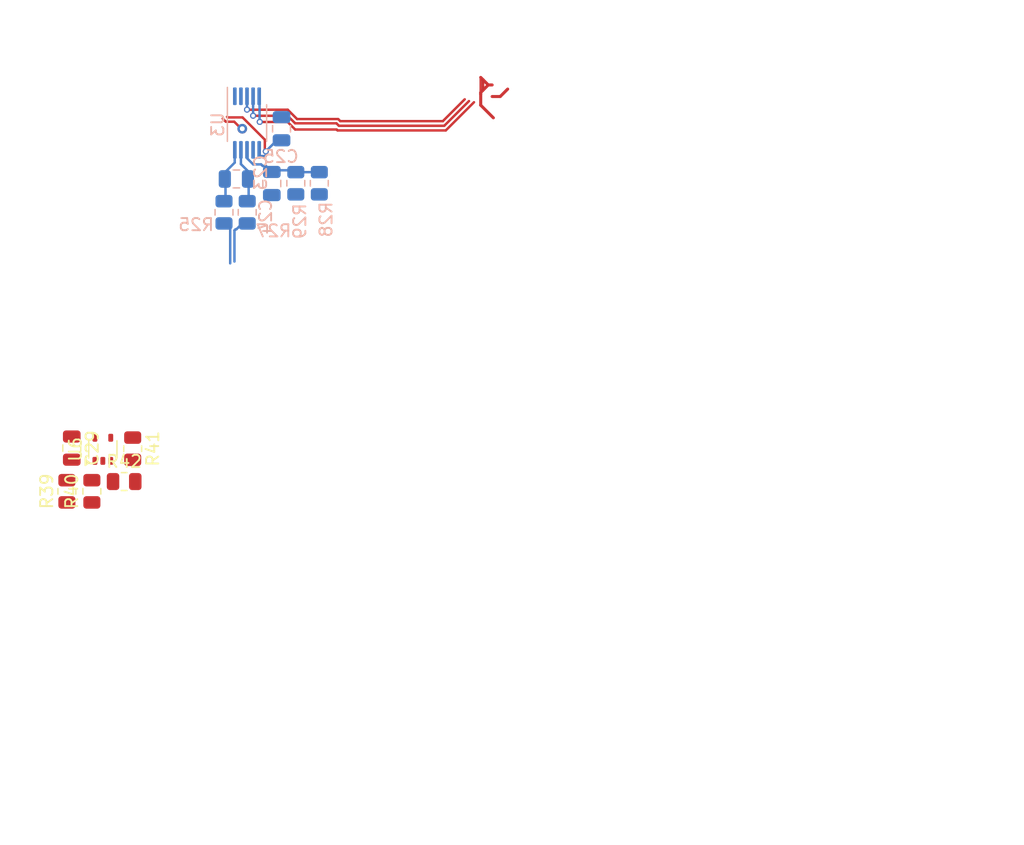
<source format=kicad_pcb>
(kicad_pcb (version 20241229) (generator "pcbnew") (generator_version "9.0")
  (title_block (comment 4 "AISLER Project ID: ETPZASDE"))
  (layers (0 "F.Cu" signal) (2 "B.Cu" signal) (13 "F.Paste" user) (15 "B.Paste" user) (5 "F.SilkS" user "F.Silkscreen") (7 "B.SilkS" user "B.Silkscreen") (1 "F.Mask" user) (3 "B.Mask" user) (25 "Edge.Cuts" user))
  (net 0 "")
  (net 1 "GND")
  (net 2 "Net-(U3-Vbus)")
  (net 3 "+3.3V")
  (net 4 "BuckGND")
  (net 5 "SDA")
  (net 6 "SCL")
  (net 7 "ALERT")
  (net 8 "BT+")
  (net 9 "Net-(U3-Vin-)")
  (net 10 "Net-(U3-Vin+)")
  (net 11 "Net-(U5-FB)")
  (net 12 "Net-(U6-+)")
  (net 13 "Net-(U6--)")
  (net 14 "Net-(R41-Pad1)")
  (footprint "Resistor_SMD:R_0805_2012Metric" (layer "F.Cu") (at 45.35 74.4 -90)
    (property "Reference" "R41" (at 0 -1.65 90) (layer "F.SilkS"))
    (property "Value" "R_Small")
    (fp_line (start -0.227064 0.735) (end 0.227064 0.735) (stroke (width 0.12)) (layer "F.SilkS"))
    (fp_line (start -0.227064 -0.735) (end 0.227064 -0.735) (stroke (width 0.12)) (layer "F.SilkS"))
    (pad "1" smd roundrect (at -0.9125 0 270) (size 1.025 1.4) (layers "F.Cu" "F.Mask" "F.Paste") (roundrect_rratio 0.243902) (net 14 "Net-(R41-Pad1)"))
    (pad "2" smd roundrect (at 0.9125 0 270) (size 1.025 1.4) (layers "F.Cu" "F.Mask" "F.Paste") (roundrect_rratio 0.243902) (net 13 "Net-(U6--)"))
  )
  (footprint "Resistor_SMD:R_0805_2012Metric" (layer "F.Cu") (at 42 77.9 90)
    (property "Reference" "R40" (at 0 -1.65 90) (layer "F.SilkS"))
    (property "Value" "R_Small")
    (fp_line (start -0.227064 -0.735) (end 0.227064 -0.735) (stroke (width 0.12)) (layer "F.SilkS"))
    (fp_line (start -0.227064 0.735) (end 0.227064 0.735) (stroke (width 0.12)) (layer "F.SilkS"))
    (pad "1" smd roundrect (at -0.9125 0 90) (size 1.025 1.4) (layers "F.Cu" "F.Mask" "F.Paste") (roundrect_rratio 0.243902) (net 4 "BuckGND"))
    (pad "2" smd roundrect (at 0.9125 0 90) (size 1.025 1.4) (layers "F.Cu" "F.Mask" "F.Paste") (roundrect_rratio 0.243902) (net 13 "Net-(U6--)"))
  )
  (footprint "Resistor_SMD:R_0805_2012Metric" (layer "F.Cu") (at 44.65 77.1)
    (property "Reference" "R42" (at 0 -1.65 0) (layer "F.SilkS"))
    (property "Value" "R_Small")
    (fp_line (start -0.227064 -0.735) (end 0.227064 -0.735) (stroke (width 0.12)) (layer "F.SilkS"))
    (fp_line (start -0.227064 0.735) (end 0.227064 0.735) (stroke (width 0.12)) (layer "F.SilkS"))
    (pad "1" smd roundrect (at -0.9125 0) (size 1.025 1.4) (layers "F.Cu" "F.Mask" "F.Paste") (roundrect_rratio 0.243902) (net 12 "Net-(U6-+)"))
    (pad "2" smd roundrect (at 0.9125 0) (size 1.025 1.4) (layers "F.Cu" "F.Mask" "F.Paste") (roundrect_rratio 0.243902) (net 4 "BuckGND"))
  )
  (footprint "Resistor_SMD:R_0805_2012Metric" (layer "F.Cu") (at 39.95 77.9 90)
    (property "Reference" "R39" (at 0 -1.65 90) (layer "F.SilkS"))
    (property "Value" "R_Small")
    (fp_line (start -0.227064 -0.735) (end 0.227064 -0.735) (stroke (width 0.12)) (layer "F.SilkS"))
    (fp_line (start -0.227064 0.735) (end 0.227064 0.735) (stroke (width 0.12)) (layer "F.SilkS"))
    (pad "1" smd roundrect (at -0.9125 0 90) (size 1.025 1.4) (layers "F.Cu" "F.Mask" "F.Paste") (roundrect_rratio 0.243902) (net 1 "GND"))
    (pad "2" smd roundrect (at 0.9125 0 90) (size 1.025 1.4) (layers "F.Cu" "F.Mask" "F.Paste") (roundrect_rratio 0.243902) (net 12 "Net-(U6-+)"))
  )
  (footprint "Package_TO_SOT_SMD:SOT-353_SC-70-5" (layer "F.Cu") (at 42.9 74.45 90)
    (property "Reference" "U6" (at 0 -2.25 90) (layer "F.SilkS"))
    (property "Value" "ADS333")
    (fp_line (start -0.71 -1.16) (end 0.7 -1.16) (stroke (width 0.12)) (layer "F.SilkS"))
    (fp_line (start -0.7 1.16) (end 0.7 1.16) (stroke (width 0.12)) (layer "F.SilkS"))
    (fp_poly (pts (xy -1.08 -1.11) (xy -1.32 -1.44) (xy -0.84 -1.44) (xy -1.08 -1.11)) (stroke (width 0.12)) (fill yes) (layer "F.SilkS"))
    (pad "1" smd roundrect (at -0.95 -0.65 90) (size 0.65 0.4) (layers "F.Cu" "F.Mask" "F.Paste") (net 12 "Net-(U6-+)"))
    (pad "2" smd roundrect (at -0.95 0 90) (size 0.65 0.4) (layers "F.Cu" "F.Mask" "F.Paste") (net 4 "BuckGND"))
    (pad "3" smd roundrect (at -0.95 0.65 90) (size 0.65 0.4) (layers "F.Cu" "F.Mask" "F.Paste") (net 13 "Net-(U6--)"))
    (pad "4" smd roundrect (at 0.95 0.65 90) (size 0.65 0.4) (layers "F.Cu" "F.Mask" "F.Paste") (net 14 "Net-(R41-Pad1)"))
    (pad "5" smd roundrect (at 0.95 -0.65 90) (size 0.65 0.4) (layers "F.Cu" "F.Mask" "F.Paste") (net 3 "+3.3V"))
  )
  (footprint "Capacitor_SMD:C_0805_2012Metric" (layer "F.Cu") (at 40.35 74.35 -90)
    (property "Reference" "C29" (at 0 -1.68 90) (layer "F.SilkS"))
    (property "Value" "100nF, 25V")
    (fp_line (start -0.261252 0.735) (end 0.261252 0.735) (stroke (width 0.12)) (layer "F.SilkS"))
    (fp_line (start -0.261252 -0.735) (end 0.261252 -0.735) (stroke (width 0.12)) (layer "F.SilkS"))
    (pad "1" smd roundrect (at -0.95 0 270) (size 1 1.45) (layers "F.Cu" "F.Mask" "F.Paste") (net 3 "+3.3V"))
    (pad "2" smd roundrect (at 0.95 0 270) (size 1 1.45) (layers "F.Cu" "F.Mask" "F.Paste") (net 4 "BuckGND"))
  )
  (footprint "Resistor_SMD:R_0805_2012Metric" (layer "B.Cu") (at 52.846249 54.987 -90)
    (property "Reference" "R25" (at 1.016 2.286 180) (layer "B.SilkS") (effects (justify mirror)))
    (property "Value" "22")
    (fp_line (start -0.227064 0.735) (end 0.227064 0.735) (stroke (width 0.12)) (layer "B.SilkS"))
    (fp_line (start -0.227064 -0.735) (end 0.227064 -0.735) (stroke (width 0.12)) (layer "B.SilkS"))
    (pad "1" smd roundrect (at -0.9125 0 270) (size 1.025 1.4) (layers "B.Cu" "B.Mask" "B.Paste") (roundrect_rratio 0.243902439) (net 10 "Net-(U3-Vin+)"))
    (pad "2" smd roundrect (at 0.9125 0 270) (size 1.025 1.4) (layers "B.Cu" "B.Mask" "B.Paste") (roundrect_rratio 0.243902439) (net 4 "BuckGND"))
  )
  (footprint "Capacitor_SMD:C_0805_2012Metric" (layer "B.Cu") (at 56.768249 52.621 -90)
    (property "Reference" "C24" (at 2.733 0.508 90) (layer "B.SilkS") (effects (justify mirror)))
    (property "Value" "10nF, 50V")
    (fp_line (start -0.261252 0.735) (end 0.261252 0.735) (stroke (width 0.12)) (layer "B.SilkS"))
    (fp_line (start -0.261252 -0.735) (end 0.261252 -0.735) (stroke (width 0.12)) (layer "B.SilkS"))
    (pad "1" smd roundrect (at -0.95 0 270) (size 1 1.45) (layers "B.Cu" "B.Mask" "B.Paste") (net 2 "Net-(U3-Vbus)"))
    (pad "2" smd roundrect (at 0.95 0 270) (size 1 1.45) (layers "B.Cu" "B.Mask" "B.Paste") (net 1 "GND"))
  )
  (footprint "Resistor_SMD:R_0805_2012Metric" (layer "B.Cu") (at 58.739049 52.5994 90)
    (property "Reference" "R29" (at -3.1216 0.3292 270) (layer "B.SilkS") (effects (justify mirror)))
    (property "Value" "47k, 1%")
    (fp_line (start -0.227064 -0.735) (end 0.227064 -0.735) (stroke (width 0.12)) (layer "B.SilkS"))
    (fp_line (start -0.227064 0.735) (end 0.227064 0.735) (stroke (width 0.12)) (layer "B.SilkS"))
    (pad "1" smd roundrect (at -0.9125 0 90) (size 1.025 1.4) (layers "B.Cu" "B.Mask" "B.Paste") (roundrect_rratio 0.243902439) (net 1 "GND"))
    (pad "2" smd roundrect (at 0.9125 0 90) (size 1.025 1.4) (layers "B.Cu" "B.Mask" "B.Paste") (roundrect_rratio 0.243902439) (net 2 "Net-(U3-Vbus)"))
  )
  (footprint "Resistor_SMD:R_0805_2012Metric" (layer "B.Cu") (at 54.751249 54.987 -90)
    (property "Reference" "R27" (at 1.524 -2.159 0) (layer "B.SilkS") (effects (justify mirror)))
    (property "Value" "22")
    (fp_line (start -0.227064 0.735) (end 0.227064 0.735) (stroke (width 0.12)) (layer "B.SilkS"))
    (fp_line (start -0.227064 -0.735) (end 0.227064 -0.735) (stroke (width 0.12)) (layer "B.SilkS"))
    (pad "1" smd roundrect (at -0.9125 0 270) (size 1.025 1.4) (layers "B.Cu" "B.Mask" "B.Paste") (roundrect_rratio 0.243902439) (net 9 "Net-(U3-Vin-)"))
    (pad "2" smd roundrect (at 0.9125 0 270) (size 1.025 1.4) (layers "B.Cu" "B.Mask" "B.Paste") (roundrect_rratio 0.243902439) (net 1 "GND"))
  )
  (footprint "Capacitor_SMD:C_0805_2012Metric" (layer "B.Cu") (at 53.862249 52.2466)
    (property "Reference" "C23" (at 1.9895 -0.517 90) (layer "B.SilkS") (effects (justify mirror)))
    (property "Value" "470nF, 25V")
    (fp_line (start -0.261252 -0.735) (end 0.261252 -0.735) (stroke (width 0.12)) (layer "B.SilkS"))
    (fp_line (start -0.261252 0.735) (end 0.261252 0.735) (stroke (width 0.12)) (layer "B.SilkS"))
    (pad "1" smd roundrect (at -0.95 0) (size 1 1.45) (layers "B.Cu" "B.Mask" "B.Paste") (net 10 "Net-(U3-Vin+)"))
    (pad "2" smd roundrect (at 0.95 0) (size 1 1.45) (layers "B.Cu" "B.Mask" "B.Paste") (net 9 "Net-(U3-Vin-)"))
  )
  (footprint "Package_SO:VSSOP-10_3x3mm_P0.5mm" (layer "B.Cu") (at 54.733849 47.6562 -90)
    (property "Reference" "U3" (at 0.127 2.397 90) (layer "B.SilkS") (effects (justify mirror)))
    (property "Value" "INA226")
    (fp_line (start 0 1.61) (end -2.925 1.61) (stroke (width 0.12)) (layer "B.SilkS"))
    (fp_line (start 0 1.61) (end 1.5 1.61) (stroke (width 0.12)) (layer "B.SilkS"))
    (fp_line (start 0 -1.61) (end -1.5 -1.61) (stroke (width 0.12)) (layer "B.SilkS"))
    (fp_line (start 0 -1.61) (end 1.5 -1.61) (stroke (width 0.12)) (layer "B.SilkS"))
    (pad "1" smd roundrect (at -2.2 1 270) (size 1.45 0.3) (layers "B.Cu" "B.Mask" "B.Paste") (net 1 "GND"))
    (pad "2" smd roundrect (at -2.2 0.5 270) (size 1.45 0.3) (layers "B.Cu" "B.Mask" "B.Paste") (net 1 "GND"))
    (pad "3" smd roundrect (at -2.2 0 270) (size 1.45 0.3) (layers "B.Cu" "B.Mask" "B.Paste") (net 7 "ALERT"))
    (pad "4" smd roundrect (at -2.2 -0.5 270) (size 1.45 0.3) (layers "B.Cu" "B.Mask" "B.Paste") (net 5 "SDA"))
    (pad "5" smd roundrect (at -2.2 -1 270) (size 1.45 0.3) (layers "B.Cu" "B.Mask" "B.Paste") (net 6 "SCL"))
    (pad "6" smd roundrect (at 2.2 -1 270) (size 1.45 0.3) (layers "B.Cu" "B.Mask" "B.Paste") (net 3 "+3.3V"))
    (pad "7" smd roundrect (at 2.2 -0.5 270) (size 1.45 0.3) (layers "B.Cu" "B.Mask" "B.Paste") (net 1 "GND"))
    (pad "8" smd roundrect (at 2.2 0 270) (size 1.45 0.3) (layers "B.Cu" "B.Mask" "B.Paste") (net 2 "Net-(U3-Vbus)"))
    (pad "9" smd roundrect (at 2.2 0.5 270) (size 1.45 0.3) (layers "B.Cu" "B.Mask" "B.Paste") (net 9 "Net-(U3-Vin-)"))
    (pad "10" smd roundrect (at 2.2 1 270) (size 1.45 0.3) (layers "B.Cu" "B.Mask" "B.Paste") (net 10 "Net-(U3-Vin+)"))
  )
  (footprint "Resistor_SMD:R_0805_2012Metric" (layer "B.Cu") (at 60.669449 52.5994 -90)
    (property "Reference" "R28" (at 2.9756 -0.5498 90) (layer "B.SilkS") (effects (justify mirror)))
    (property "Value" "47k, 1%")
    (fp_line (start -0.227064 0.735) (end 0.227064 0.735) (stroke (width 0.12)) (layer "B.SilkS"))
    (fp_line (start -0.227064 -0.735) (end 0.227064 -0.735) (stroke (width 0.12)) (layer "B.SilkS"))
    (pad "1" smd roundrect (at -0.9125 0 270) (size 1.025 1.4) (layers "B.Cu" "B.Mask" "B.Paste") (roundrect_rratio 0.243902439) (net 2 "Net-(U3-Vbus)"))
    (pad "2" smd roundrect (at 0.9125 0 270) (size 1.025 1.4) (layers "B.Cu" "B.Mask" "B.Paste") (roundrect_rratio 0.243902439) (net 8 "BT+"))
  )
  (footprint "Capacitor_SMD:C_0805_2012Metric" (layer "B.Cu") (at 57.568249 48.121 90)
    (property "Reference" "C25" (at -2.286 -0.0555 0) (layer "B.SilkS") (effects (justify mirror)))
    (property "Value" "100nF, 25V")
    (fp_line (start -0.261252 -0.735) (end 0.261252 -0.735) (stroke (width 0.12)) (layer "B.SilkS"))
    (fp_line (start -0.261252 0.735) (end 0.261252 0.735) (stroke (width 0.12)) (layer "B.SilkS"))
    (pad "1" smd roundrect (at -0.95 0 90) (size 1 1.45) (layers "B.Cu" "B.Mask" "B.Paste") (net 3 "+3.3V"))
    (pad "2" smd roundrect (at 0.95 0 90) (size 1 1.45) (layers "B.Cu" "B.Mask" "B.Paste") (net 1 "GND"))
  )
  (segment (start 73.915749 43.907612) (end 73.915749 45.277) (width 0.2) (layer "F.Cu") (net 1))
  (segment (start 74.088443 44.973694) (end 74.535137 44.527) (width 0.25) (layer "F.Cu") (net 1))
  (segment (start 73.915749 45.277) (end 73.915749 45.146388) (width 0.25) (layer "F.Cu") (net 1))
  (segment (start 74.535137 44.527) (end 74.854249 44.527) (width 0.25) (layer "F.Cu") (net 1))
  (segment (start 74.535137 44.527) (end 74.113443 44.105306) (width 0.25) (layer "F.Cu") (net 1))
  (segment (start 74.954249 47.227) (end 73.915749 46.1885) (width 0.25) (layer "F.Cu") (net 1))
  (segment (start 73.915749 46.1885) (end 73.915749 45.277) (width 0.25) (layer "F.Cu") (net 1))
  (segment (start 52.996361 47.544864) (end 52.740749 47.289252) (width 0.2) (layer "F.Cu") (net 1))
  (segment (start 74.113443 44.948694) (end 74.088443 44.973694) (width 0.2) (layer "F.Cu") (net 1))
  (segment (start 73.915749 45.146388) (end 74.088443 44.973694) (width 0.25) (layer "F.Cu") (net 1))
  (segment (start 74.113443 44.105306) (end 73.915749 43.907612) (width 0.25) (layer "F.Cu") (net 1))
  (segment (start 54.268348 48.128324) (end 53.684888 47.544864) (width 0.2) (layer "F.Cu") (net 1))
  (segment (start 74.113443 44.105306) (end 74.113443 44.948694) (width 0.2) (layer "F.Cu") (net 1))
  (segment (start 53.684888 47.544864) (end 52.996361 47.544864) (width 0.2) (layer "F.Cu") (net 1))
  (via (at 54.344848 48.122324) (size 0.8) (drill 0.4) (layers "F.Cu" "B.Cu") (net 1))
  (segment (start 54.298749 55.9475) (end 54.751249 55.9475) (width 0.2) (layer "B.Cu") (net 1))
  (segment (start 53.704249 56.468034) (end 53.788283 56.384) (width 0.2) (layer "B.Cu") (net 1))
  (segment (start 53.788283 56.384) (end 53.862249 56.384) (width 0.2) (layer "B.Cu") (net 1))
  (segment (start 53.704249 59.029) (end 53.704249 56.468034) (width 0.2) (layer "B.Cu") (net 1))
  (segment (start 53.862249 56.384) (end 54.298749 55.9475) (width 0.2) (layer "B.Cu") (net 1))
  (segment (start 56.021249 51.177) (end 56.285449 51.177) (width 0.2) (layer "B.Cu") (net 2))
  (segment (start 55.894249 51.05) (end 56.021249 51.177) (width 0.2) (layer "B.Cu") (net 2))
  (segment (start 55.240951 51.05) (end 54.733849 50.542898) (width 0.2) (layer "B.Cu") (net 2))
  (segment (start 56.285449 51.177) (end 56.757849 51.6494) (width 0.2) (layer "B.Cu") (net 2))
  (segment (start 54.726249 49.5435) (end 54.726249 49.80612) (width 0.2) (layer "B.Cu") (net 2))
  (segment (start 55.894249 51.05) (end 55.240951 51.05) (width 0.2) (layer "B.Cu") (net 2))
  (segment (start 60.669449 51.6869) (end 58.739049 51.6869) (width 0.2) (layer "B.Cu") (net 2))
  (segment (start 54.733849 50.542898) (end 54.733849 49.8562) (width 0.2) (layer "B.Cu") (net 2))
  (segment (start 59.060249 51.5345) (end 57.033249 51.5345) (width 0.2) (layer "B.Cu") (net 2))
  (segment (start 54.368613 47.193864) (end 56.197349 49.0226) (width 0.2) (layer "F.Cu") (net 3))
  (segment (start 53.091749 47.143864) (end 53.141749 47.193864) (width 0.2) (layer "F.Cu") (net 3))
  (segment (start 56.197349 49.0226) (end 56.197349 49.9892) (width 0.2) (layer "F.Cu") (net 3))
  (segment (start 53.141749 47.193864) (end 54.368613 47.193864) (width 0.2) (layer "F.Cu") (net 3))
  (via (at 56.273849 49.9832) (size 0.5) (drill 0.3) (layers "F.Cu" "B.Cu") (net 3))
  (segment (start 56.273849 50.3642) (end 56.273849 49.9832) (width 0.2) (layer "B.Cu") (net 3))
  (segment (start 57.186049 49.071) (end 56.273849 49.9832) (width 0.2) (layer "B.Cu") (net 3))
  (segment (start 56.273849 50.3642) (end 55.819849 50.3642) (width 0.2) (layer "B.Cu") (net 3))
  (segment (start 57.568249 49.071) (end 57.186049 49.071) (width 0.2) (layer "B.Cu") (net 3))
  (segment (start 53.354249 56.0265) (end 53.275249 55.9475) (width 0.2) (layer "B.Cu") (net 4))
  (segment (start 53.354249 59.178) (end 53.354249 56.0265) (width 0.2) (layer "B.Cu") (net 4))
  (segment (start 53.275249 55.9475) (end 52.846249 55.9475) (width 0.2) (layer "B.Cu") (net 4))
  (segment (start 58.067949 47.0597) (end 58.686049 47.6778) (width 0.2) (layer "F.Cu") (net 5))
  (segment (start 62.074049 47.6778) (end 62.277249 47.881) (width 0.2) (layer "F.Cu") (net 5))
  (segment (start 55.158325 47.0597) (end 58.067949 47.0597) (width 0.2) (layer "F.Cu") (net 5))
  (segment (start 62.277249 47.881) (end 70.922749 47.881) (width 0.2) (layer "F.Cu") (net 5))
  (segment (start 58.686049 47.6778) (end 62.074049 47.6778) (width 0.2) (layer "F.Cu") (net 5))
  (segment (start 70.922749 47.881) (end 72.953749 45.85) (width 0.2) (layer "F.Cu") (net 5))
  (via (at 55.234825 47.0537) (size 0.5) (drill 0.3) (layers "F.Cu" "B.Cu") (net 5))
  (segment (start 55.234825 47.0537) (end 55.234825 45.879176) (width 0.2) (layer "B.Cu") (net 5))
  (segment (start 62.163275 48.262) (end 71.049749 48.262) (width 0.2) (layer "F.Cu") (net 6))
  (segment (start 58.067949 47.5677) (end 58.686049 48.1858) (width 0.2) (layer "F.Cu") (net 6))
  (segment (start 62.087075 48.1858) (end 62.163275 48.262) (width 0.2) (layer "F.Cu") (net 6))
  (segment (start 71.049749 48.262) (end 73.365749 45.946) (width 0.2) (layer "F.Cu") (net 6))
  (segment (start 55.702968 47.5677) (end 58.067949 47.5677) (width 0.2) (layer "F.Cu") (net 6))
  (segment (start 58.686049 48.1858) (end 62.087075 48.1858) (width 0.2) (layer "F.Cu") (net 6))
  (via (at 55.779468 47.5617) (size 0.5) (drill 0.3) (layers "F.Cu" "B.Cu") (net 6))
  (segment (start 55.765849 47.548081) (end 55.765849 45.9102) (width 0.2) (layer "B.Cu") (net 6))
  (segment (start 54.802149 46.5602) (end 58.076449 46.5602) (width 0.2) (layer "F.Cu") (net 7))
  (segment (start 58.844049 47.3278) (end 62.219024 47.3278) (width 0.2) (layer "F.Cu") (net 7))
  (segment (start 62.391224 47.5) (end 70.808775 47.5) (width 0.2) (layer "F.Cu") (net 7))
  (segment (start 70.808775 47.5) (end 72.603749 45.705026) (width 0.2) (layer "F.Cu") (net 7))
  (segment (start 58.076449 46.5602) (end 58.844049 47.3278) (width 0.2) (layer "F.Cu") (net 7))
  (segment (start 62.219024 47.3278) (end 62.391224 47.5) (width 0.2) (layer "F.Cu") (net 7))
  (via (at 54.733849 46.5542) (size 0.5) (drill 0.3) (layers "F.Cu" "B.Cu") (net 7))
  (segment (start 54.733849 46.5542) (end 54.733849 45.8782) (width 0.2) (layer "B.Cu") (net 7))
  (segment (start 54.226249 50.1295) (end 54.234249 50.1375) (width 0.2) (layer "B.Cu") (net 9))
  (segment (start 54.869249 52.5486) (end 54.869249 54.2796) (width 0.2) (layer "B.Cu") (net 9))
  (segment (start 54.226249 49.5435) (end 54.226249 50.1295) (width 0.2) (layer "B.Cu") (net 9))
  (segment (start 54.234249 51.0265) (end 54.869249 51.6615) (width 0.2) (layer "B.Cu") (net 9))
  (segment (start 54.234249 50.1375) (end 54.234249 51.0265) (width 0.2) (layer "B.Cu") (net 9))
  (segment (start 53.726249 49.5435) (end 53.726249 50.9045) (width 0.2) (layer "B.Cu") (net 10))
  (segment (start 52.969249 52.5486) (end 52.969249 54.2746) (width 0.2) (layer "B.Cu") (net 10))
  (segment (start 53.726249 50.9045) (end 52.969249 51.6615) (width 0.2) (layer "B.Cu") (net 10))
  (segment (start 76.128249 44.865499) (end 75.516748 45.477) (width 0.25) (layer "F.Cu") (net 11))
  (segment (start 75.516748 45.477) (end 74.854249 45.477) (width 0.25) (layer "F.Cu") (net 11))
)
</source>
